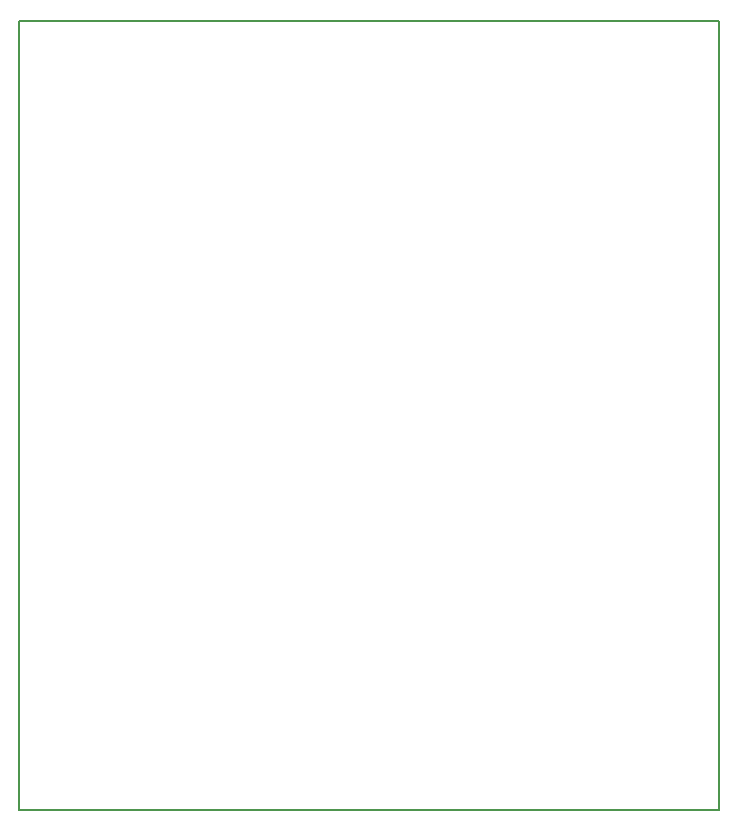
<source format=gm1>
G04 MADE WITH FRITZING*
G04 WWW.FRITZING.ORG*
G04 DOUBLE SIDED*
G04 HOLES PLATED*
G04 CONTOUR ON CENTER OF CONTOUR VECTOR*
%ASAXBY*%
%FSLAX23Y23*%
%MOIN*%
%OFA0B0*%
%SFA1.0B1.0*%
%ADD10R,2.342520X2.637800*%
%ADD11C,0.008000*%
%ADD10C,0.008*%
%LNCONTOUR*%
G90*
G70*
G54D10*
G54D11*
X4Y2634D02*
X2339Y2634D01*
X2339Y4D01*
X4Y4D01*
X4Y2634D01*
D02*
G04 End of contour*
M02*
</source>
